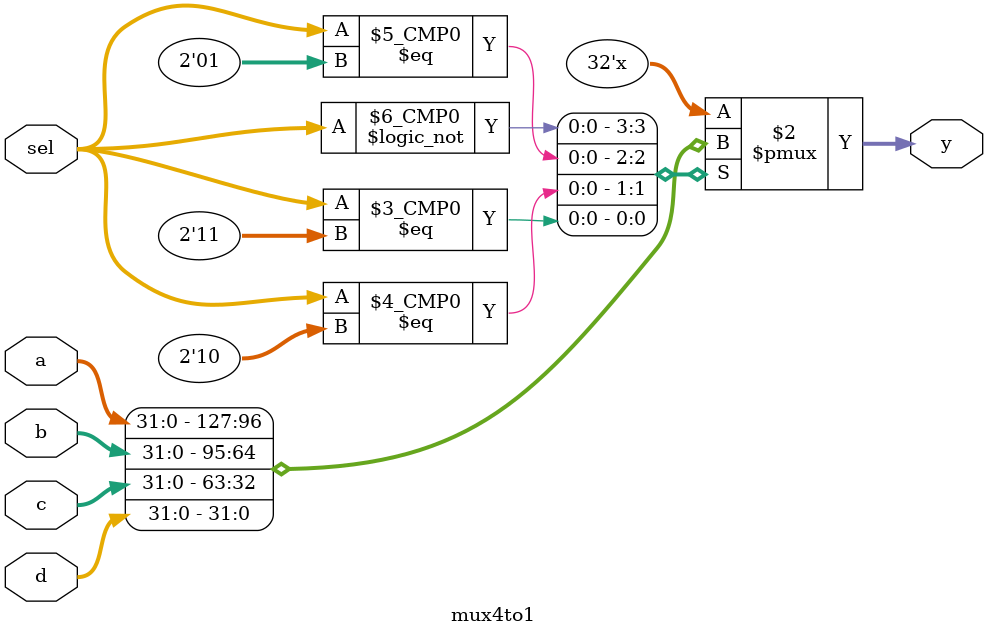
<source format=sv>
module mux4to1 (
    input  logic [31:0] a,      // Input 1
    input  logic [31:0] b,      // Input 2
    input  logic [31:0] c,      // Input 3
    input  logic [31:0] d,      // Input 4
    input  logic [1:0] sel,     // 2-bit Select signal
    output logic [31:0] y       // Output
);

    // Multiplexer logic
    always_comb begin
        case (sel)
            2'b00: y = a; // Select input a
            2'b01: y = b; // Select input b
            2'b10: y = c; // Select input c
            2'b11: y = d; // Select input d
            default: y = 32'b0; // Default case (optional)
        endcase
    end
endmodule
</source>
